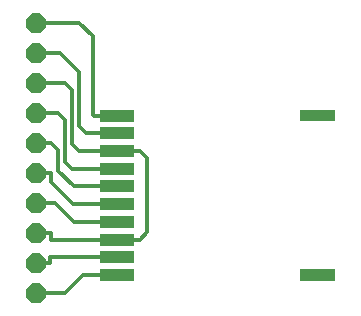
<source format=gbr>
G04 DipTrace 2.4.0.2*
%INTop.gbr*%
%MOMM*%
%ADD13C,0.3*%
%ADD16R,3.0X1.0*%
%FSLAX53Y53*%
G04*
G71*
G90*
G75*
G01*
%LNTop*%
%LPD*%
X2000Y25862D2*
D13*
X5671D1*
X6818Y24715D1*
Y18068D1*
X6871Y18015D1*
X8833D1*
X2000Y23322D2*
X4027D1*
X5671Y21677D1*
Y17115D1*
X6271Y16515D1*
X8833D1*
X2000Y8082D2*
X3246D1*
Y7515D1*
X8833D1*
Y15015D2*
X5671D1*
X5071Y15615D1*
Y20182D1*
X4471Y20782D1*
X2000D1*
X8833Y7515D2*
X10783D1*
X11383Y8115D1*
Y14415D1*
X10783Y15015D1*
X8833D1*
X2000Y18242D2*
X3871D1*
X4471Y17642D1*
Y14115D1*
X5071Y13515D1*
X8833D1*
X2000Y15702D2*
X3271D1*
X3871Y15102D1*
Y13326D1*
X5182Y12015D1*
X8833D1*
X2000Y13162D2*
X3271D1*
Y12410D1*
X5167Y10515D1*
X8833D1*
X2000Y10622D2*
X3575D1*
X5182Y9015D1*
X8833D1*
X2000Y5542D2*
X3170D1*
Y6015D1*
X8833D1*
X2000Y3002D2*
X4446D1*
X5959Y4515D1*
X8833D1*
D16*
Y18015D3*
Y16515D3*
Y15015D3*
Y13515D3*
Y12015D3*
Y10515D3*
Y9015D3*
Y7515D3*
Y6015D3*
Y4515D3*
G36*
X27333Y17515D2*
X24333D1*
Y18515D1*
X27333D1*
Y17515D1*
G37*
G36*
Y4015D2*
X24333D1*
Y5015D1*
X27333D1*
Y4015D1*
G37*
G36*
X1179Y3342D2*
X1660Y3823D1*
X2340D1*
X2821Y3342D1*
Y2662D1*
X2340Y2180D1*
X1660D1*
X1179Y2662D1*
Y3342D1*
G37*
G36*
Y5882D2*
X1660Y6363D1*
X2340D1*
X2821Y5882D1*
Y5202D1*
X2340Y4720D1*
X1660D1*
X1179Y5202D1*
Y5882D1*
G37*
G36*
Y8422D2*
X1660Y8903D1*
X2340D1*
X2821Y8422D1*
Y7742D1*
X2340Y7261D1*
X1660D1*
X1179Y7742D1*
Y8422D1*
G37*
G36*
Y10962D2*
X1660Y11443D1*
X2340D1*
X2821Y10962D1*
Y10282D1*
X2340Y9800D1*
X1660D1*
X1179Y10282D1*
Y10962D1*
G37*
G36*
Y13502D2*
X1660Y13983D1*
X2340D1*
X2821Y13502D1*
Y12822D1*
X2340Y12340D1*
X1660D1*
X1179Y12822D1*
Y13502D1*
G37*
G36*
Y16042D2*
X1660Y16523D1*
X2340D1*
X2821Y16042D1*
Y15362D1*
X2340Y14880D1*
X1660D1*
X1179Y15362D1*
Y16042D1*
G37*
G36*
Y18582D2*
X1660Y19063D1*
X2340D1*
X2821Y18582D1*
Y17902D1*
X2340Y17421D1*
X1660D1*
X1179Y17902D1*
Y18582D1*
G37*
G36*
Y21122D2*
X1660Y21603D1*
X2340D1*
X2821Y21122D1*
Y20442D1*
X2340Y19960D1*
X1660D1*
X1179Y20442D1*
Y21122D1*
G37*
G36*
Y23662D2*
X1660Y24143D1*
X2340D1*
X2821Y23662D1*
Y22982D1*
X2340Y22500D1*
X1660D1*
X1179Y22982D1*
Y23662D1*
G37*
G36*
Y26202D2*
X1660Y26683D1*
X2340D1*
X2821Y26202D1*
Y25522D1*
X2340Y25040D1*
X1660D1*
X1179Y25522D1*
Y26202D1*
G37*
M02*

</source>
